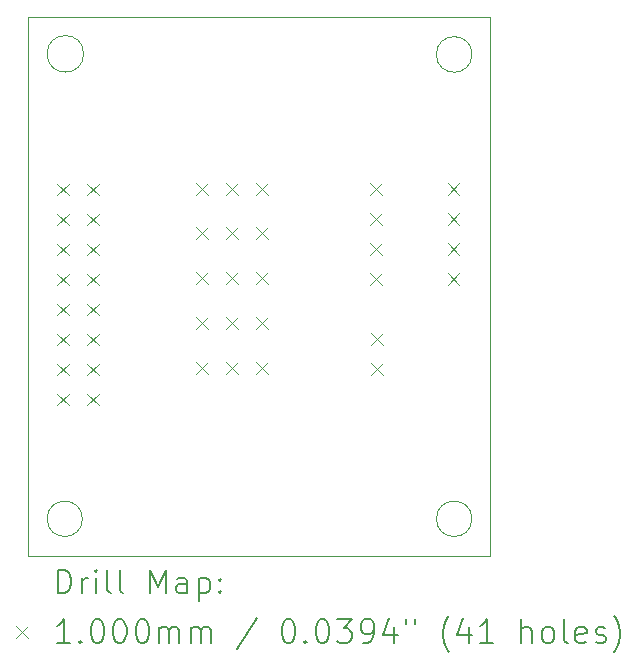
<source format=gbr>
%FSLAX45Y45*%
G04 Gerber Fmt 4.5, Leading zero omitted, Abs format (unit mm)*
G04 Created by KiCad (PCBNEW (6.0.6)) date 2023-03-25 01:52:32*
%MOMM*%
%LPD*%
G01*
G04 APERTURE LIST*
%TA.AperFunction,Profile*%
%ADD10C,0.100000*%
%TD*%
%ADD11C,0.200000*%
%ADD12C,0.100000*%
G04 APERTURE END LIST*
D10*
X16599051Y-10845800D02*
G75*
G03*
X16599051Y-10845800I-150011J0D01*
G01*
X16599908Y-6913880D02*
G75*
G03*
X16599908Y-6913880I-150868J0D01*
G01*
X12842240Y-11160760D02*
X16753840Y-11160760D01*
X16753840Y-11160760D02*
X16753840Y-6593840D01*
X16753840Y-6593840D02*
X12842240Y-6593840D01*
X12842240Y-6593840D02*
X12842240Y-11160760D01*
X13301614Y-10845800D02*
G75*
G03*
X13301614Y-10845800I-149494J0D01*
G01*
X13312036Y-6908800D02*
G75*
G03*
X13312036Y-6908800I-154836J0D01*
G01*
D11*
D12*
X13087380Y-8006880D02*
X13187380Y-8106880D01*
X13187380Y-8006880D02*
X13087380Y-8106880D01*
X13087380Y-8260880D02*
X13187380Y-8360880D01*
X13187380Y-8260880D02*
X13087380Y-8360880D01*
X13087380Y-8514880D02*
X13187380Y-8614880D01*
X13187380Y-8514880D02*
X13087380Y-8614880D01*
X13087380Y-8768880D02*
X13187380Y-8868880D01*
X13187380Y-8768880D02*
X13087380Y-8868880D01*
X13087380Y-9022880D02*
X13187380Y-9122880D01*
X13187380Y-9022880D02*
X13087380Y-9122880D01*
X13087380Y-9276880D02*
X13187380Y-9376880D01*
X13187380Y-9276880D02*
X13087380Y-9376880D01*
X13087380Y-9530880D02*
X13187380Y-9630880D01*
X13187380Y-9530880D02*
X13087380Y-9630880D01*
X13087380Y-9784880D02*
X13187380Y-9884880D01*
X13187380Y-9784880D02*
X13087380Y-9884880D01*
X13341380Y-8006880D02*
X13441380Y-8106880D01*
X13441380Y-8006880D02*
X13341380Y-8106880D01*
X13341380Y-8260880D02*
X13441380Y-8360880D01*
X13441380Y-8260880D02*
X13341380Y-8360880D01*
X13341380Y-8514880D02*
X13441380Y-8614880D01*
X13441380Y-8514880D02*
X13341380Y-8614880D01*
X13341380Y-8768880D02*
X13441380Y-8868880D01*
X13441380Y-8768880D02*
X13341380Y-8868880D01*
X13341380Y-9022880D02*
X13441380Y-9122880D01*
X13441380Y-9022880D02*
X13341380Y-9122880D01*
X13341380Y-9276880D02*
X13441380Y-9376880D01*
X13441380Y-9276880D02*
X13341380Y-9376880D01*
X13341380Y-9530880D02*
X13441380Y-9630880D01*
X13441380Y-9530880D02*
X13341380Y-9630880D01*
X13341380Y-9784880D02*
X13441380Y-9884880D01*
X13441380Y-9784880D02*
X13341380Y-9884880D01*
X14261860Y-8001800D02*
X14361860Y-8101800D01*
X14361860Y-8001800D02*
X14261860Y-8101800D01*
X14261860Y-8377720D02*
X14361860Y-8477720D01*
X14361860Y-8377720D02*
X14261860Y-8477720D01*
X14261860Y-8758720D02*
X14361860Y-8858720D01*
X14361860Y-8758720D02*
X14261860Y-8858720D01*
X14261860Y-9139720D02*
X14361860Y-9239720D01*
X14361860Y-9139720D02*
X14261860Y-9239720D01*
X14261860Y-9520720D02*
X14361860Y-9620720D01*
X14361860Y-9520720D02*
X14261860Y-9620720D01*
X14515860Y-8001800D02*
X14615860Y-8101800D01*
X14615860Y-8001800D02*
X14515860Y-8101800D01*
X14515860Y-8377720D02*
X14615860Y-8477720D01*
X14615860Y-8377720D02*
X14515860Y-8477720D01*
X14515860Y-8758720D02*
X14615860Y-8858720D01*
X14615860Y-8758720D02*
X14515860Y-8858720D01*
X14515860Y-9139720D02*
X14615860Y-9239720D01*
X14615860Y-9139720D02*
X14515860Y-9239720D01*
X14515860Y-9520720D02*
X14615860Y-9620720D01*
X14615860Y-9520720D02*
X14515860Y-9620720D01*
X14769860Y-8001800D02*
X14869860Y-8101800D01*
X14869860Y-8001800D02*
X14769860Y-8101800D01*
X14769860Y-8377720D02*
X14869860Y-8477720D01*
X14869860Y-8377720D02*
X14769860Y-8477720D01*
X14769860Y-8758720D02*
X14869860Y-8858720D01*
X14869860Y-8758720D02*
X14769860Y-8858720D01*
X14769860Y-9139720D02*
X14869860Y-9239720D01*
X14869860Y-9139720D02*
X14769860Y-9239720D01*
X14769860Y-9520720D02*
X14869860Y-9620720D01*
X14869860Y-9520720D02*
X14769860Y-9620720D01*
X15738640Y-8002800D02*
X15838640Y-8102800D01*
X15838640Y-8002800D02*
X15738640Y-8102800D01*
X15738640Y-8256800D02*
X15838640Y-8356800D01*
X15838640Y-8256800D02*
X15738640Y-8356800D01*
X15738640Y-8510800D02*
X15838640Y-8610800D01*
X15838640Y-8510800D02*
X15738640Y-8610800D01*
X15738640Y-8764800D02*
X15838640Y-8864800D01*
X15838640Y-8764800D02*
X15738640Y-8864800D01*
X15748800Y-9271800D02*
X15848800Y-9371800D01*
X15848800Y-9271800D02*
X15748800Y-9371800D01*
X15748800Y-9525800D02*
X15848800Y-9625800D01*
X15848800Y-9525800D02*
X15748800Y-9625800D01*
X16393960Y-8002800D02*
X16493960Y-8102800D01*
X16493960Y-8002800D02*
X16393960Y-8102800D01*
X16393960Y-8256800D02*
X16493960Y-8356800D01*
X16493960Y-8256800D02*
X16393960Y-8356800D01*
X16393960Y-8510800D02*
X16493960Y-8610800D01*
X16493960Y-8510800D02*
X16393960Y-8610800D01*
X16393960Y-8764800D02*
X16493960Y-8864800D01*
X16493960Y-8764800D02*
X16393960Y-8864800D01*
D11*
X13094859Y-11476236D02*
X13094859Y-11276236D01*
X13142478Y-11276236D01*
X13171049Y-11285760D01*
X13190097Y-11304808D01*
X13199621Y-11323855D01*
X13209145Y-11361950D01*
X13209145Y-11390522D01*
X13199621Y-11428617D01*
X13190097Y-11447665D01*
X13171049Y-11466712D01*
X13142478Y-11476236D01*
X13094859Y-11476236D01*
X13294859Y-11476236D02*
X13294859Y-11342903D01*
X13294859Y-11380998D02*
X13304383Y-11361950D01*
X13313907Y-11352427D01*
X13332954Y-11342903D01*
X13352002Y-11342903D01*
X13418668Y-11476236D02*
X13418668Y-11342903D01*
X13418668Y-11276236D02*
X13409145Y-11285760D01*
X13418668Y-11295284D01*
X13428192Y-11285760D01*
X13418668Y-11276236D01*
X13418668Y-11295284D01*
X13542478Y-11476236D02*
X13523430Y-11466712D01*
X13513907Y-11447665D01*
X13513907Y-11276236D01*
X13647240Y-11476236D02*
X13628192Y-11466712D01*
X13618668Y-11447665D01*
X13618668Y-11276236D01*
X13875811Y-11476236D02*
X13875811Y-11276236D01*
X13942478Y-11419093D01*
X14009145Y-11276236D01*
X14009145Y-11476236D01*
X14190097Y-11476236D02*
X14190097Y-11371474D01*
X14180573Y-11352427D01*
X14161526Y-11342903D01*
X14123430Y-11342903D01*
X14104383Y-11352427D01*
X14190097Y-11466712D02*
X14171049Y-11476236D01*
X14123430Y-11476236D01*
X14104383Y-11466712D01*
X14094859Y-11447665D01*
X14094859Y-11428617D01*
X14104383Y-11409569D01*
X14123430Y-11400046D01*
X14171049Y-11400046D01*
X14190097Y-11390522D01*
X14285335Y-11342903D02*
X14285335Y-11542903D01*
X14285335Y-11352427D02*
X14304383Y-11342903D01*
X14342478Y-11342903D01*
X14361526Y-11352427D01*
X14371049Y-11361950D01*
X14380573Y-11380998D01*
X14380573Y-11438141D01*
X14371049Y-11457188D01*
X14361526Y-11466712D01*
X14342478Y-11476236D01*
X14304383Y-11476236D01*
X14285335Y-11466712D01*
X14466288Y-11457188D02*
X14475811Y-11466712D01*
X14466288Y-11476236D01*
X14456764Y-11466712D01*
X14466288Y-11457188D01*
X14466288Y-11476236D01*
X14466288Y-11352427D02*
X14475811Y-11361950D01*
X14466288Y-11371474D01*
X14456764Y-11361950D01*
X14466288Y-11352427D01*
X14466288Y-11371474D01*
D12*
X12737240Y-11755760D02*
X12837240Y-11855760D01*
X12837240Y-11755760D02*
X12737240Y-11855760D01*
D11*
X13199621Y-11896236D02*
X13085335Y-11896236D01*
X13142478Y-11896236D02*
X13142478Y-11696236D01*
X13123430Y-11724808D01*
X13104383Y-11743855D01*
X13085335Y-11753379D01*
X13285335Y-11877188D02*
X13294859Y-11886712D01*
X13285335Y-11896236D01*
X13275811Y-11886712D01*
X13285335Y-11877188D01*
X13285335Y-11896236D01*
X13418668Y-11696236D02*
X13437716Y-11696236D01*
X13456764Y-11705760D01*
X13466288Y-11715284D01*
X13475811Y-11734331D01*
X13485335Y-11772427D01*
X13485335Y-11820046D01*
X13475811Y-11858141D01*
X13466288Y-11877188D01*
X13456764Y-11886712D01*
X13437716Y-11896236D01*
X13418668Y-11896236D01*
X13399621Y-11886712D01*
X13390097Y-11877188D01*
X13380573Y-11858141D01*
X13371049Y-11820046D01*
X13371049Y-11772427D01*
X13380573Y-11734331D01*
X13390097Y-11715284D01*
X13399621Y-11705760D01*
X13418668Y-11696236D01*
X13609145Y-11696236D02*
X13628192Y-11696236D01*
X13647240Y-11705760D01*
X13656764Y-11715284D01*
X13666288Y-11734331D01*
X13675811Y-11772427D01*
X13675811Y-11820046D01*
X13666288Y-11858141D01*
X13656764Y-11877188D01*
X13647240Y-11886712D01*
X13628192Y-11896236D01*
X13609145Y-11896236D01*
X13590097Y-11886712D01*
X13580573Y-11877188D01*
X13571049Y-11858141D01*
X13561526Y-11820046D01*
X13561526Y-11772427D01*
X13571049Y-11734331D01*
X13580573Y-11715284D01*
X13590097Y-11705760D01*
X13609145Y-11696236D01*
X13799621Y-11696236D02*
X13818668Y-11696236D01*
X13837716Y-11705760D01*
X13847240Y-11715284D01*
X13856764Y-11734331D01*
X13866288Y-11772427D01*
X13866288Y-11820046D01*
X13856764Y-11858141D01*
X13847240Y-11877188D01*
X13837716Y-11886712D01*
X13818668Y-11896236D01*
X13799621Y-11896236D01*
X13780573Y-11886712D01*
X13771049Y-11877188D01*
X13761526Y-11858141D01*
X13752002Y-11820046D01*
X13752002Y-11772427D01*
X13761526Y-11734331D01*
X13771049Y-11715284D01*
X13780573Y-11705760D01*
X13799621Y-11696236D01*
X13952002Y-11896236D02*
X13952002Y-11762903D01*
X13952002Y-11781950D02*
X13961526Y-11772427D01*
X13980573Y-11762903D01*
X14009145Y-11762903D01*
X14028192Y-11772427D01*
X14037716Y-11791474D01*
X14037716Y-11896236D01*
X14037716Y-11791474D02*
X14047240Y-11772427D01*
X14066288Y-11762903D01*
X14094859Y-11762903D01*
X14113907Y-11772427D01*
X14123430Y-11791474D01*
X14123430Y-11896236D01*
X14218668Y-11896236D02*
X14218668Y-11762903D01*
X14218668Y-11781950D02*
X14228192Y-11772427D01*
X14247240Y-11762903D01*
X14275811Y-11762903D01*
X14294859Y-11772427D01*
X14304383Y-11791474D01*
X14304383Y-11896236D01*
X14304383Y-11791474D02*
X14313907Y-11772427D01*
X14332954Y-11762903D01*
X14361526Y-11762903D01*
X14380573Y-11772427D01*
X14390097Y-11791474D01*
X14390097Y-11896236D01*
X14780573Y-11686712D02*
X14609145Y-11943855D01*
X15037716Y-11696236D02*
X15056764Y-11696236D01*
X15075811Y-11705760D01*
X15085335Y-11715284D01*
X15094859Y-11734331D01*
X15104383Y-11772427D01*
X15104383Y-11820046D01*
X15094859Y-11858141D01*
X15085335Y-11877188D01*
X15075811Y-11886712D01*
X15056764Y-11896236D01*
X15037716Y-11896236D01*
X15018668Y-11886712D01*
X15009145Y-11877188D01*
X14999621Y-11858141D01*
X14990097Y-11820046D01*
X14990097Y-11772427D01*
X14999621Y-11734331D01*
X15009145Y-11715284D01*
X15018668Y-11705760D01*
X15037716Y-11696236D01*
X15190097Y-11877188D02*
X15199621Y-11886712D01*
X15190097Y-11896236D01*
X15180573Y-11886712D01*
X15190097Y-11877188D01*
X15190097Y-11896236D01*
X15323430Y-11696236D02*
X15342478Y-11696236D01*
X15361526Y-11705760D01*
X15371049Y-11715284D01*
X15380573Y-11734331D01*
X15390097Y-11772427D01*
X15390097Y-11820046D01*
X15380573Y-11858141D01*
X15371049Y-11877188D01*
X15361526Y-11886712D01*
X15342478Y-11896236D01*
X15323430Y-11896236D01*
X15304383Y-11886712D01*
X15294859Y-11877188D01*
X15285335Y-11858141D01*
X15275811Y-11820046D01*
X15275811Y-11772427D01*
X15285335Y-11734331D01*
X15294859Y-11715284D01*
X15304383Y-11705760D01*
X15323430Y-11696236D01*
X15456764Y-11696236D02*
X15580573Y-11696236D01*
X15513907Y-11772427D01*
X15542478Y-11772427D01*
X15561526Y-11781950D01*
X15571049Y-11791474D01*
X15580573Y-11810522D01*
X15580573Y-11858141D01*
X15571049Y-11877188D01*
X15561526Y-11886712D01*
X15542478Y-11896236D01*
X15485335Y-11896236D01*
X15466288Y-11886712D01*
X15456764Y-11877188D01*
X15675811Y-11896236D02*
X15713907Y-11896236D01*
X15732954Y-11886712D01*
X15742478Y-11877188D01*
X15761526Y-11848617D01*
X15771049Y-11810522D01*
X15771049Y-11734331D01*
X15761526Y-11715284D01*
X15752002Y-11705760D01*
X15732954Y-11696236D01*
X15694859Y-11696236D01*
X15675811Y-11705760D01*
X15666288Y-11715284D01*
X15656764Y-11734331D01*
X15656764Y-11781950D01*
X15666288Y-11800998D01*
X15675811Y-11810522D01*
X15694859Y-11820046D01*
X15732954Y-11820046D01*
X15752002Y-11810522D01*
X15761526Y-11800998D01*
X15771049Y-11781950D01*
X15942478Y-11762903D02*
X15942478Y-11896236D01*
X15894859Y-11686712D02*
X15847240Y-11829569D01*
X15971049Y-11829569D01*
X16037716Y-11696236D02*
X16037716Y-11734331D01*
X16113907Y-11696236D02*
X16113907Y-11734331D01*
X16409145Y-11972427D02*
X16399621Y-11962903D01*
X16380573Y-11934331D01*
X16371049Y-11915284D01*
X16361526Y-11886712D01*
X16352002Y-11839093D01*
X16352002Y-11800998D01*
X16361526Y-11753379D01*
X16371049Y-11724808D01*
X16380573Y-11705760D01*
X16399621Y-11677188D01*
X16409145Y-11667665D01*
X16571049Y-11762903D02*
X16571049Y-11896236D01*
X16523430Y-11686712D02*
X16475811Y-11829569D01*
X16599621Y-11829569D01*
X16780573Y-11896236D02*
X16666288Y-11896236D01*
X16723430Y-11896236D02*
X16723430Y-11696236D01*
X16704383Y-11724808D01*
X16685335Y-11743855D01*
X16666288Y-11753379D01*
X17018669Y-11896236D02*
X17018669Y-11696236D01*
X17104383Y-11896236D02*
X17104383Y-11791474D01*
X17094859Y-11772427D01*
X17075811Y-11762903D01*
X17047240Y-11762903D01*
X17028192Y-11772427D01*
X17018669Y-11781950D01*
X17228192Y-11896236D02*
X17209145Y-11886712D01*
X17199621Y-11877188D01*
X17190097Y-11858141D01*
X17190097Y-11800998D01*
X17199621Y-11781950D01*
X17209145Y-11772427D01*
X17228192Y-11762903D01*
X17256764Y-11762903D01*
X17275811Y-11772427D01*
X17285335Y-11781950D01*
X17294859Y-11800998D01*
X17294859Y-11858141D01*
X17285335Y-11877188D01*
X17275811Y-11886712D01*
X17256764Y-11896236D01*
X17228192Y-11896236D01*
X17409145Y-11896236D02*
X17390097Y-11886712D01*
X17380573Y-11867665D01*
X17380573Y-11696236D01*
X17561526Y-11886712D02*
X17542478Y-11896236D01*
X17504383Y-11896236D01*
X17485335Y-11886712D01*
X17475811Y-11867665D01*
X17475811Y-11791474D01*
X17485335Y-11772427D01*
X17504383Y-11762903D01*
X17542478Y-11762903D01*
X17561526Y-11772427D01*
X17571050Y-11791474D01*
X17571050Y-11810522D01*
X17475811Y-11829569D01*
X17647240Y-11886712D02*
X17666288Y-11896236D01*
X17704383Y-11896236D01*
X17723430Y-11886712D01*
X17732954Y-11867665D01*
X17732954Y-11858141D01*
X17723430Y-11839093D01*
X17704383Y-11829569D01*
X17675811Y-11829569D01*
X17656764Y-11820046D01*
X17647240Y-11800998D01*
X17647240Y-11791474D01*
X17656764Y-11772427D01*
X17675811Y-11762903D01*
X17704383Y-11762903D01*
X17723430Y-11772427D01*
X17799621Y-11972427D02*
X17809145Y-11962903D01*
X17828192Y-11934331D01*
X17837716Y-11915284D01*
X17847240Y-11886712D01*
X17856764Y-11839093D01*
X17856764Y-11800998D01*
X17847240Y-11753379D01*
X17837716Y-11724808D01*
X17828192Y-11705760D01*
X17809145Y-11677188D01*
X17799621Y-11667665D01*
M02*

</source>
